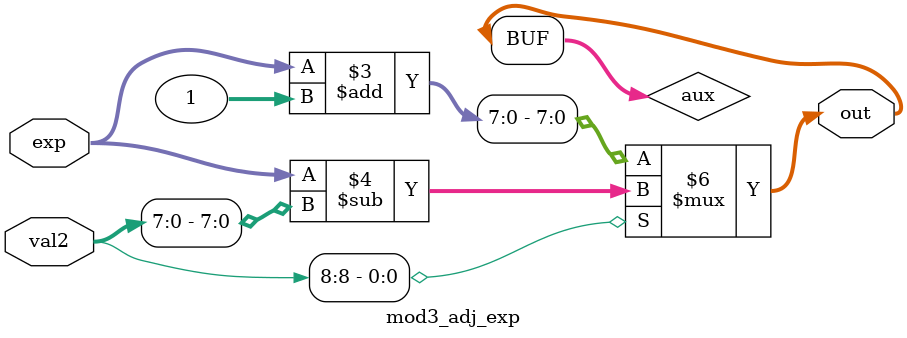
<source format=v>
`timescale 1ns / 1ps


module mod3_adj_exp(
    input [7:0] exp,
    input [8:0] val2,
    output [7:0] out
    );
    
    reg [7:0] aux;
    
    always @(*) begin
        if (val2[8] == 0) begin
            aux = exp + 1;
        end
        else begin
            aux = exp - val2[7:0];
        end
    end
    
    assign out = aux;
endmodule

</source>
